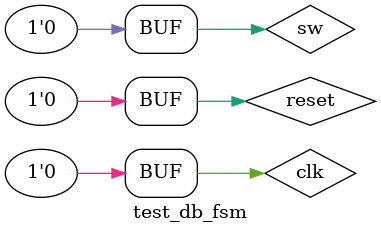
<source format=v>
`timescale 1ns / 1ps


module test_db_fsm;
localparam T=50;
	// Inputs
	reg clk;
	reg reset;
	reg sw;

	// Outputs
	wire db;
	wire [2:0] state_next;
	wire m_tick;

	// Instantiate the Unit Under Test (UUT)
	db_fsm#( .N(2) ) uut (
		.clk(clk), 
		.reset(reset), 
		.sw(sw), 
		.db(db),
		.state_next(state_next),
		.m_tick(m_tick)
	);
	always 
		begin
			clk = 1'b1;
			#(T/2);
			clk = 1'b0;
			#(T/2);
		end
	
	initial begin
		// Initialize Inputs
		reset = 1'b0;
		sw = 1'b0;

		// Wait 100 ns for global reset to finish
		#100;
		reset = 1'b1;
		#100;
		reset = 1'b0;
      
		#100;
		
		  sw = 1'b1;
		  #5;
  		  sw = 1'b0;
		  #5;
		  sw = 1'b1;
		  #5;
		  sw = 1'b0;
		  #5;
		  sw = 1'b1;
		  #5;
  		  sw = 1'b0;
		  #5;
		  sw = 1'b1;
		  #5;
		  sw = 1'b0;
		  #5;
		  sw = 1'b1;
		  #5;
  		  sw = 1'b0;
		  #5;
		  sw = 1'b1;
		  #5;
		  sw = 1'b0;
		  #5;
		  sw = 1'b1;
		  #5;
  		  sw = 1'b0;
		  #5;
		  sw = 1'b1;
		  #5000;
		  sw = 1'b0;
		  #5;
		  sw = 1'b1;
		  #5;
  		  sw = 1'b0;
		  #5;
		  sw = 1'b1;
		  #5;
		  sw = 1'b0;
		  #5;
		  sw = 1'b1;
		  #5;
  		  sw = 1'b0;
		  #5;
		  sw = 1'b1;
		  #5;
		  sw = 1'b0;

	end
      
endmodule


</source>
